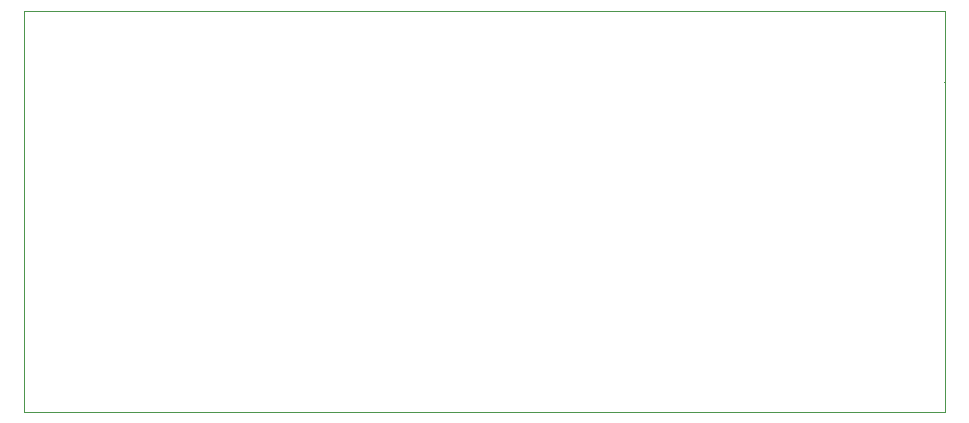
<source format=gbr>
%TF.GenerationSoftware,KiCad,Pcbnew,8.0.8*%
%TF.CreationDate,2025-01-29T16:57:42+00:00*%
%TF.ProjectId,ec30_1x7_r6_mh_0.1,65633330-5f31-4783-975f-72365f6d685f,v0.1*%
%TF.SameCoordinates,PX8d24d00PY37ca3a0*%
%TF.FileFunction,Other,User*%
%FSLAX46Y46*%
G04 Gerber Fmt 4.6, Leading zero omitted, Abs format (unit mm)*
G04 Created by KiCad (PCBNEW 8.0.8) date 2025-01-29 16:57:42*
%MOMM*%
%LPD*%
G01*
G04 APERTURE LIST*
%ADD10C,0.100000*%
%ADD11C,0.130000*%
%ADD12C,0.120000*%
%ADD13C,0.110000*%
G04 APERTURE END LIST*
D10*
X-39000000Y17000000D02*
X39000000Y17000000D01*
X39000000Y-17000000D01*
X-39000000Y-17000000D01*
X-39000000Y17000000D01*
D11*
%TO.C,GS1*%
X39000000Y11000000D02*
X39000000Y11000000D01*
D12*
%TO.C,GS2*%
X39000000Y1000000D02*
X39000000Y1000000D01*
D13*
%TO.C,GS3*%
X-39000000Y11000000D02*
X-39000000Y11000000D01*
%TD*%
M02*

</source>
